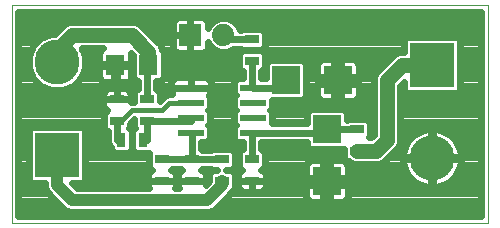
<source format=gtl>
G75*
%MOIN*%
%OFA0B0*%
%FSLAX25Y25*%
%IPPOS*%
%LPD*%
%AMOC8*
5,1,8,0,0,1.08239X$1,22.5*
%
%ADD10C,0.00000*%
%ADD11R,0.04724X0.03150*%
%ADD12R,0.03150X0.04724*%
%ADD13R,0.15000X0.15000*%
%ADD14C,0.15000*%
%ADD15R,0.07400X0.07400*%
%ADD16C,0.07400*%
%ADD17R,0.06299X0.07087*%
%ADD18R,0.08700X0.02400*%
%ADD19R,0.09449X0.09449*%
%ADD20C,0.02400*%
%ADD21C,0.05000*%
%ADD22C,0.01600*%
%ADD23C,0.04000*%
D10*
X0048250Y0007200D02*
X0048250Y0079661D01*
X0206951Y0079661D01*
X0206951Y0007200D01*
X0048250Y0007200D01*
D11*
X0098250Y0021157D03*
X0108250Y0021157D03*
X0118250Y0021157D03*
X0128250Y0021157D03*
X0128250Y0028243D03*
X0118250Y0028243D03*
X0108250Y0028243D03*
X0098250Y0028243D03*
X0093250Y0041157D03*
X0083250Y0041157D03*
X0083250Y0048243D03*
X0093250Y0048243D03*
X0128250Y0061157D03*
X0128250Y0068243D03*
X0163250Y0038243D03*
X0163250Y0031157D03*
D12*
X0091793Y0034700D03*
X0084707Y0034700D03*
D13*
X0063250Y0029700D03*
X0188250Y0059700D03*
D14*
X0188250Y0028653D03*
X0063250Y0060747D03*
D15*
X0107750Y0069700D03*
D16*
X0118750Y0069700D03*
D17*
X0093762Y0059700D03*
X0082738Y0059700D03*
D18*
X0107950Y0052200D03*
X0107950Y0047200D03*
X0107950Y0042200D03*
X0107950Y0037200D03*
X0128550Y0037200D03*
X0128550Y0042200D03*
X0128550Y0047200D03*
X0128550Y0052200D03*
D19*
X0139589Y0054700D03*
X0156911Y0054700D03*
X0153250Y0038361D03*
X0153250Y0021039D03*
D20*
X0154412Y0021693D02*
X0181493Y0021693D01*
X0181776Y0021409D02*
X0181006Y0022179D01*
X0180327Y0023031D01*
X0179747Y0023954D01*
X0179274Y0024935D01*
X0178914Y0025964D01*
X0178672Y0027026D01*
X0178550Y0028108D01*
X0178550Y0028353D01*
X0187950Y0028353D01*
X0188550Y0028353D01*
X0188550Y0018953D01*
X0188795Y0018953D01*
X0189877Y0019075D01*
X0190940Y0019318D01*
X0191968Y0019677D01*
X0192949Y0020150D01*
X0193872Y0020730D01*
X0194724Y0021409D01*
X0195494Y0022179D01*
X0196173Y0023031D01*
X0196753Y0023954D01*
X0197226Y0024935D01*
X0197586Y0025964D01*
X0197828Y0027026D01*
X0197950Y0028108D01*
X0197950Y0028353D01*
X0188550Y0028353D01*
X0188550Y0028953D01*
X0197950Y0028953D01*
X0197950Y0029198D01*
X0197828Y0030281D01*
X0197586Y0031343D01*
X0197226Y0032371D01*
X0196753Y0033353D01*
X0196173Y0034275D01*
X0195494Y0035127D01*
X0194724Y0035897D01*
X0193872Y0036577D01*
X0192949Y0037156D01*
X0191968Y0037629D01*
X0190940Y0037989D01*
X0189877Y0038231D01*
X0188795Y0038353D01*
X0188550Y0038353D01*
X0188550Y0028953D01*
X0187950Y0028953D01*
X0187950Y0028353D01*
X0187950Y0018953D01*
X0187705Y0018953D01*
X0186623Y0019075D01*
X0185560Y0019318D01*
X0184532Y0019677D01*
X0183551Y0020150D01*
X0182628Y0020730D01*
X0181776Y0021409D01*
X0185664Y0019294D02*
X0160174Y0019294D01*
X0160174Y0019876D02*
X0160174Y0016025D01*
X0160024Y0015465D01*
X0159735Y0014963D01*
X0159325Y0014554D01*
X0158824Y0014264D01*
X0158264Y0014114D01*
X0154412Y0014114D01*
X0154412Y0019876D01*
X0152088Y0019876D01*
X0152088Y0014114D01*
X0148236Y0014114D01*
X0147676Y0014264D01*
X0147175Y0014554D01*
X0146765Y0014963D01*
X0146476Y0015465D01*
X0146326Y0016025D01*
X0146326Y0019876D01*
X0152088Y0019876D01*
X0152088Y0022201D01*
X0152088Y0027963D01*
X0148236Y0027963D01*
X0147676Y0027813D01*
X0147175Y0027523D01*
X0146765Y0027114D01*
X0146476Y0026612D01*
X0146326Y0026053D01*
X0146326Y0022201D01*
X0152088Y0022201D01*
X0154412Y0022201D01*
X0154412Y0027963D01*
X0158264Y0027963D01*
X0158824Y0027813D01*
X0159325Y0027523D01*
X0159735Y0027114D01*
X0160024Y0026612D01*
X0160174Y0026053D01*
X0160174Y0022201D01*
X0154412Y0022201D01*
X0154412Y0019876D01*
X0160174Y0019876D01*
X0154412Y0019294D02*
X0152088Y0019294D01*
X0146326Y0019294D02*
X0132812Y0019294D01*
X0132812Y0019292D02*
X0132812Y0021157D01*
X0132812Y0023021D01*
X0132662Y0023581D01*
X0132373Y0024082D01*
X0131963Y0024492D01*
X0131461Y0024782D01*
X0131432Y0024789D01*
X0132521Y0025878D01*
X0132521Y0030609D01*
X0131403Y0031727D01*
X0131359Y0031727D01*
X0131359Y0034091D01*
X0146617Y0034091D01*
X0146617Y0032846D01*
X0147735Y0031728D01*
X0158765Y0031728D01*
X0158841Y0031805D01*
X0158841Y0030280D01*
X0158979Y0029947D01*
X0158979Y0028791D01*
X0160097Y0027673D01*
X0160499Y0027673D01*
X0160753Y0027419D01*
X0162373Y0026748D01*
X0170584Y0026748D01*
X0172204Y0027419D01*
X0175747Y0030963D01*
X0176987Y0032203D01*
X0177659Y0033823D01*
X0177659Y0052874D01*
X0178841Y0054057D01*
X0178841Y0051409D01*
X0179959Y0050291D01*
X0196541Y0050291D01*
X0197659Y0051409D01*
X0197659Y0067991D01*
X0196541Y0069109D01*
X0179959Y0069109D01*
X0178841Y0067991D01*
X0178841Y0064109D01*
X0177373Y0064109D01*
X0175753Y0063437D01*
X0174513Y0062197D01*
X0169513Y0057197D01*
X0168841Y0055577D01*
X0168841Y0036526D01*
X0167881Y0035565D01*
X0167208Y0035565D01*
X0167521Y0035878D01*
X0167521Y0040609D01*
X0166403Y0041727D01*
X0160097Y0041727D01*
X0159883Y0041513D01*
X0159883Y0043876D01*
X0158765Y0044994D01*
X0147735Y0044994D01*
X0146617Y0043876D01*
X0146617Y0040309D01*
X0134809Y0040309D01*
X0134809Y0044191D01*
X0134299Y0044700D01*
X0134809Y0045209D01*
X0134809Y0048067D01*
X0145104Y0048067D01*
X0146222Y0049185D01*
X0146222Y0060215D01*
X0145104Y0061333D01*
X0134074Y0061333D01*
X0132956Y0060215D01*
X0132956Y0055309D01*
X0131359Y0055309D01*
X0131359Y0057673D01*
X0131403Y0057673D01*
X0132521Y0058791D01*
X0132521Y0063522D01*
X0131403Y0064640D01*
X0125097Y0064640D01*
X0123979Y0063522D01*
X0123979Y0058791D01*
X0125097Y0057673D01*
X0125141Y0057673D01*
X0125141Y0055309D01*
X0123409Y0055309D01*
X0122291Y0054191D01*
X0122291Y0050209D01*
X0122801Y0049700D01*
X0122291Y0049191D01*
X0122291Y0045209D01*
X0122801Y0044700D01*
X0122291Y0044191D01*
X0122291Y0040209D01*
X0122801Y0039700D01*
X0122291Y0039191D01*
X0122291Y0035209D01*
X0123409Y0034091D01*
X0125141Y0034091D01*
X0125141Y0031727D01*
X0125097Y0031727D01*
X0123979Y0030609D01*
X0123979Y0025878D01*
X0125068Y0024789D01*
X0125039Y0024782D01*
X0124537Y0024492D01*
X0124127Y0024082D01*
X0123838Y0023581D01*
X0123688Y0023021D01*
X0123688Y0021157D01*
X0128250Y0021157D01*
X0132812Y0021157D01*
X0128250Y0021157D01*
X0128250Y0021157D01*
X0128250Y0021157D01*
X0123688Y0021157D01*
X0123688Y0019292D01*
X0123838Y0018733D01*
X0124127Y0018231D01*
X0124537Y0017821D01*
X0125039Y0017532D01*
X0125598Y0017382D01*
X0128250Y0017382D01*
X0130902Y0017382D01*
X0131461Y0017532D01*
X0131963Y0017821D01*
X0132373Y0018231D01*
X0132662Y0018733D01*
X0132812Y0019292D01*
X0128250Y0019294D02*
X0128250Y0019294D01*
X0123688Y0019294D02*
X0122521Y0019294D01*
X0122521Y0018791D02*
X0122521Y0023522D01*
X0121403Y0024640D01*
X0120054Y0024640D01*
X0119765Y0024760D01*
X0121403Y0024760D01*
X0122521Y0025878D01*
X0122521Y0030609D01*
X0121403Y0031727D01*
X0115097Y0031727D01*
X0114722Y0031352D01*
X0111778Y0031352D01*
X0111403Y0031727D01*
X0111359Y0031727D01*
X0111359Y0034091D01*
X0113091Y0034091D01*
X0114209Y0035209D01*
X0114209Y0039191D01*
X0113699Y0039700D01*
X0114209Y0040209D01*
X0114209Y0044191D01*
X0113699Y0044700D01*
X0114209Y0045209D01*
X0114209Y0049191D01*
X0113905Y0049494D01*
X0114060Y0049649D01*
X0114350Y0050151D01*
X0114500Y0050710D01*
X0114500Y0052200D01*
X0114500Y0053690D01*
X0114350Y0054249D01*
X0114060Y0054751D01*
X0113651Y0055160D01*
X0113149Y0055450D01*
X0112590Y0055600D01*
X0107950Y0055600D01*
X0107950Y0052200D01*
X0107950Y0052200D01*
X0114500Y0052200D01*
X0107950Y0052200D01*
X0107950Y0052200D01*
X0107950Y0052200D01*
X0101400Y0052200D01*
X0101400Y0053690D01*
X0101550Y0054249D01*
X0101840Y0054751D01*
X0102249Y0055160D01*
X0102751Y0055450D01*
X0103310Y0055600D01*
X0107950Y0055600D01*
X0107950Y0052200D01*
X0101400Y0052200D01*
X0101400Y0050710D01*
X0101550Y0050151D01*
X0101690Y0049909D01*
X0100211Y0049909D01*
X0099216Y0049496D01*
X0097521Y0047801D01*
X0097521Y0050609D01*
X0096403Y0051727D01*
X0096359Y0051727D01*
X0096359Y0054248D01*
X0097702Y0054248D01*
X0098820Y0055366D01*
X0098820Y0064034D01*
X0098170Y0064683D01*
X0098170Y0065065D01*
X0097499Y0066685D01*
X0090747Y0073437D01*
X0089127Y0074109D01*
X0067373Y0074109D01*
X0065753Y0073437D01*
X0064513Y0072197D01*
X0062471Y0070155D01*
X0061378Y0070155D01*
X0057920Y0068723D01*
X0055274Y0066076D01*
X0053841Y0062618D01*
X0053841Y0058875D01*
X0055274Y0055417D01*
X0057920Y0052771D01*
X0061378Y0051338D01*
X0065121Y0051338D01*
X0068580Y0052771D01*
X0071226Y0055417D01*
X0072659Y0058875D01*
X0072659Y0062618D01*
X0071551Y0065291D01*
X0078736Y0065291D01*
X0078238Y0065004D01*
X0077828Y0064594D01*
X0077539Y0064092D01*
X0077389Y0063533D01*
X0077389Y0060075D01*
X0082363Y0060075D01*
X0082363Y0059325D01*
X0077389Y0059325D01*
X0077389Y0055867D01*
X0077539Y0055308D01*
X0077828Y0054806D01*
X0078238Y0054396D01*
X0078739Y0054107D01*
X0079299Y0053957D01*
X0082363Y0053957D01*
X0082363Y0059325D01*
X0083113Y0059325D01*
X0083113Y0053957D01*
X0086177Y0053957D01*
X0086737Y0054107D01*
X0087239Y0054396D01*
X0087648Y0054806D01*
X0087938Y0055308D01*
X0088088Y0055867D01*
X0088088Y0059325D01*
X0083113Y0059325D01*
X0083113Y0060075D01*
X0088088Y0060075D01*
X0088088Y0063533D01*
X0088053Y0063662D01*
X0088704Y0063012D01*
X0088704Y0055366D01*
X0089822Y0054248D01*
X0090141Y0054248D01*
X0090141Y0051727D01*
X0090097Y0051727D01*
X0088979Y0050609D01*
X0088979Y0047409D01*
X0087812Y0047409D01*
X0087812Y0048243D01*
X0083250Y0048243D01*
X0078688Y0048243D01*
X0078688Y0046379D01*
X0078838Y0045819D01*
X0079127Y0045318D01*
X0079537Y0044908D01*
X0080039Y0044618D01*
X0080068Y0044611D01*
X0078979Y0043522D01*
X0078979Y0038791D01*
X0080097Y0037673D01*
X0080141Y0037673D01*
X0080141Y0034082D01*
X0080615Y0032939D01*
X0081223Y0032330D01*
X0081223Y0031547D01*
X0082341Y0030429D01*
X0087072Y0030429D01*
X0088190Y0031547D01*
X0088190Y0037853D01*
X0087386Y0038657D01*
X0087521Y0038791D01*
X0087521Y0040140D01*
X0088979Y0041599D01*
X0088979Y0038791D01*
X0089114Y0038657D01*
X0088310Y0037853D01*
X0088310Y0031547D01*
X0089428Y0030429D01*
X0093979Y0030429D01*
X0093979Y0025878D01*
X0095068Y0024789D01*
X0095039Y0024782D01*
X0094537Y0024492D01*
X0094127Y0024082D01*
X0093838Y0023581D01*
X0093688Y0023021D01*
X0093688Y0021157D01*
X0098250Y0021157D01*
X0098250Y0021157D01*
X0102812Y0021157D01*
X0102812Y0023021D01*
X0102662Y0023581D01*
X0102373Y0024082D01*
X0101963Y0024492D01*
X0101461Y0024782D01*
X0101432Y0024789D01*
X0101778Y0025135D01*
X0104722Y0025135D01*
X0105068Y0024789D01*
X0105039Y0024782D01*
X0104537Y0024492D01*
X0104127Y0024082D01*
X0103838Y0023581D01*
X0103688Y0023021D01*
X0103688Y0021157D01*
X0108250Y0021157D01*
X0112812Y0021157D01*
X0112812Y0023021D01*
X0112662Y0023581D01*
X0112373Y0024082D01*
X0111963Y0024492D01*
X0111461Y0024782D01*
X0111432Y0024789D01*
X0111778Y0025135D01*
X0114722Y0025135D01*
X0115097Y0024760D01*
X0116735Y0024760D01*
X0116446Y0024640D01*
X0115097Y0024640D01*
X0113979Y0023522D01*
X0113979Y0020957D01*
X0112812Y0019790D01*
X0112812Y0021157D01*
X0108250Y0021157D01*
X0108250Y0021157D01*
X0108250Y0021157D01*
X0103688Y0021157D01*
X0103688Y0019292D01*
X0103838Y0018733D01*
X0103909Y0018609D01*
X0102591Y0018609D01*
X0102662Y0018733D01*
X0102812Y0019292D01*
X0102812Y0021157D01*
X0098250Y0021157D01*
X0098250Y0021157D01*
X0093688Y0021157D01*
X0093688Y0019292D01*
X0093838Y0018733D01*
X0093909Y0018609D01*
X0069869Y0018609D01*
X0068186Y0020291D01*
X0071541Y0020291D01*
X0072659Y0021409D01*
X0072659Y0037991D01*
X0071541Y0039109D01*
X0054959Y0039109D01*
X0053841Y0037991D01*
X0053841Y0021409D01*
X0054959Y0020291D01*
X0059341Y0020291D01*
X0059341Y0018923D01*
X0059936Y0017486D01*
X0061036Y0016386D01*
X0066036Y0011386D01*
X0067473Y0010791D01*
X0114027Y0010791D01*
X0115464Y0011386D01*
X0116564Y0012486D01*
X0121564Y0017486D01*
X0121810Y0018080D01*
X0122521Y0018791D01*
X0120973Y0016896D02*
X0146326Y0016896D01*
X0152088Y0016896D02*
X0154412Y0016896D01*
X0160174Y0016896D02*
X0204767Y0016896D01*
X0204767Y0019294D02*
X0190836Y0019294D01*
X0188550Y0019294D02*
X0187950Y0019294D01*
X0187950Y0021693D02*
X0188550Y0021693D01*
X0195007Y0021693D02*
X0204767Y0021693D01*
X0204767Y0024091D02*
X0196819Y0024091D01*
X0197706Y0026490D02*
X0204767Y0026490D01*
X0204767Y0028888D02*
X0188550Y0028888D01*
X0187950Y0028888D02*
X0173673Y0028888D01*
X0178550Y0028953D02*
X0187950Y0028953D01*
X0187950Y0038353D01*
X0187705Y0038353D01*
X0186623Y0038231D01*
X0185560Y0037989D01*
X0184532Y0037629D01*
X0183551Y0037156D01*
X0182628Y0036577D01*
X0181776Y0035897D01*
X0181006Y0035127D01*
X0180327Y0034275D01*
X0179747Y0033353D01*
X0179274Y0032371D01*
X0178914Y0031343D01*
X0178672Y0030281D01*
X0178550Y0029198D01*
X0178550Y0028953D01*
X0178902Y0031287D02*
X0176071Y0031287D01*
X0177602Y0033685D02*
X0179956Y0033685D01*
X0187950Y0033685D02*
X0188550Y0033685D01*
X0196544Y0033685D02*
X0204767Y0033685D01*
X0204767Y0031287D02*
X0197598Y0031287D01*
X0188550Y0031287D02*
X0187950Y0031287D01*
X0187950Y0036084D02*
X0188550Y0036084D01*
X0194490Y0036084D02*
X0204767Y0036084D01*
X0204767Y0038482D02*
X0177659Y0038482D01*
X0177659Y0036084D02*
X0182010Y0036084D01*
X0168841Y0038482D02*
X0167521Y0038482D01*
X0163250Y0038243D02*
X0163132Y0038361D01*
X0153250Y0038361D01*
X0152089Y0037200D01*
X0128550Y0037200D01*
X0128250Y0036900D01*
X0128250Y0028243D01*
X0123979Y0028888D02*
X0122521Y0028888D01*
X0118250Y0028243D02*
X0108250Y0028243D01*
X0108250Y0036900D01*
X0107950Y0037200D01*
X0114209Y0036084D02*
X0122291Y0036084D01*
X0122291Y0038482D02*
X0114209Y0038482D01*
X0114209Y0040881D02*
X0122291Y0040881D01*
X0122291Y0043279D02*
X0114209Y0043279D01*
X0114209Y0045678D02*
X0122291Y0045678D01*
X0122291Y0048076D02*
X0114209Y0048076D01*
X0114437Y0050475D02*
X0122291Y0050475D01*
X0122291Y0052873D02*
X0114500Y0052873D01*
X0113458Y0055272D02*
X0123372Y0055272D01*
X0125141Y0057670D02*
X0098820Y0057670D01*
X0093762Y0059700D02*
X0093250Y0059700D01*
X0093250Y0048243D01*
X0088979Y0048076D02*
X0087812Y0048076D01*
X0087812Y0048243D02*
X0083250Y0048243D01*
X0083250Y0048243D01*
X0083250Y0048243D01*
X0083250Y0059700D01*
X0083113Y0060069D02*
X0088704Y0060069D01*
X0088704Y0062467D02*
X0088088Y0062467D01*
X0082363Y0060069D02*
X0072659Y0060069D01*
X0072659Y0062467D02*
X0077389Y0062467D01*
X0078100Y0064866D02*
X0071728Y0064866D01*
X0060189Y0069663D02*
X0050434Y0069663D01*
X0050434Y0067264D02*
X0056462Y0067264D01*
X0054772Y0064866D02*
X0050434Y0064866D01*
X0050434Y0062467D02*
X0053841Y0062467D01*
X0053841Y0060069D02*
X0050434Y0060069D01*
X0050434Y0057670D02*
X0054341Y0057670D01*
X0055419Y0055272D02*
X0050434Y0055272D01*
X0050434Y0052873D02*
X0057818Y0052873D01*
X0050434Y0050475D02*
X0078786Y0050475D01*
X0078838Y0050667D02*
X0078688Y0050108D01*
X0078688Y0048243D01*
X0083250Y0048243D01*
X0083250Y0052018D01*
X0083250Y0048243D01*
X0083250Y0048243D01*
X0087812Y0048243D02*
X0087812Y0050108D01*
X0087662Y0050667D01*
X0087373Y0051169D01*
X0086963Y0051579D01*
X0086461Y0051868D01*
X0085902Y0052018D01*
X0083250Y0052018D01*
X0080598Y0052018D01*
X0080039Y0051868D01*
X0079537Y0051579D01*
X0079127Y0051169D01*
X0078838Y0050667D01*
X0083250Y0050475D02*
X0083250Y0050475D01*
X0087714Y0050475D02*
X0088979Y0050475D01*
X0090141Y0052873D02*
X0068682Y0052873D01*
X0071081Y0055272D02*
X0077559Y0055272D01*
X0082363Y0055272D02*
X0083113Y0055272D01*
X0087917Y0055272D02*
X0088798Y0055272D01*
X0088704Y0057670D02*
X0088088Y0057670D01*
X0083113Y0057670D02*
X0082363Y0057670D01*
X0077389Y0057670D02*
X0072159Y0057670D01*
X0096359Y0052873D02*
X0101400Y0052873D01*
X0107950Y0052873D02*
X0107950Y0052873D01*
X0107950Y0055272D02*
X0107950Y0055272D01*
X0102442Y0055272D02*
X0098726Y0055272D01*
X0098820Y0060069D02*
X0123979Y0060069D01*
X0128250Y0061157D02*
X0128250Y0052500D01*
X0128550Y0052200D01*
X0137089Y0052200D01*
X0139589Y0054700D01*
X0146222Y0055272D02*
X0155749Y0055272D01*
X0155749Y0055862D02*
X0155749Y0053538D01*
X0149987Y0053538D01*
X0149987Y0049686D01*
X0150137Y0049126D01*
X0150427Y0048625D01*
X0150836Y0048215D01*
X0151338Y0047926D01*
X0151897Y0047776D01*
X0155749Y0047776D01*
X0155749Y0053538D01*
X0158074Y0053538D01*
X0158074Y0055862D01*
X0163836Y0055862D01*
X0163836Y0059714D01*
X0163686Y0060274D01*
X0163396Y0060775D01*
X0162987Y0061185D01*
X0162485Y0061474D01*
X0161925Y0061624D01*
X0158074Y0061624D01*
X0158074Y0055862D01*
X0155749Y0055862D01*
X0149987Y0055862D01*
X0149987Y0059714D01*
X0150137Y0060274D01*
X0150427Y0060775D01*
X0150836Y0061185D01*
X0151338Y0061474D01*
X0151897Y0061624D01*
X0155749Y0061624D01*
X0155749Y0055862D01*
X0158074Y0055272D02*
X0168841Y0055272D01*
X0163836Y0053538D02*
X0158074Y0053538D01*
X0158074Y0047776D01*
X0161925Y0047776D01*
X0162485Y0047926D01*
X0162987Y0048215D01*
X0163396Y0048625D01*
X0163686Y0049126D01*
X0163836Y0049686D01*
X0163836Y0053538D01*
X0163836Y0052873D02*
X0168841Y0052873D01*
X0168841Y0050475D02*
X0163836Y0050475D01*
X0158074Y0050475D02*
X0155749Y0050475D01*
X0149987Y0050475D02*
X0146222Y0050475D01*
X0146222Y0052873D02*
X0149987Y0052873D01*
X0155749Y0052873D02*
X0158074Y0052873D01*
X0158074Y0048076D02*
X0155749Y0048076D01*
X0151077Y0048076D02*
X0145113Y0048076D01*
X0134809Y0045678D02*
X0168841Y0045678D01*
X0168841Y0048076D02*
X0162746Y0048076D01*
X0159883Y0043279D02*
X0168841Y0043279D01*
X0168841Y0040881D02*
X0167249Y0040881D01*
X0177659Y0040881D02*
X0204767Y0040881D01*
X0204767Y0043279D02*
X0177659Y0043279D01*
X0177659Y0045678D02*
X0204767Y0045678D01*
X0204767Y0048076D02*
X0177659Y0048076D01*
X0177659Y0050475D02*
X0179776Y0050475D01*
X0178841Y0052873D02*
X0177659Y0052873D01*
X0169985Y0057670D02*
X0163836Y0057670D01*
X0158074Y0057670D02*
X0155749Y0057670D01*
X0149987Y0057670D02*
X0146222Y0057670D01*
X0146222Y0060069D02*
X0150082Y0060069D01*
X0155749Y0060069D02*
X0158074Y0060069D01*
X0163741Y0060069D02*
X0172384Y0060069D01*
X0174782Y0062467D02*
X0132521Y0062467D01*
X0132521Y0060069D02*
X0132956Y0060069D01*
X0132956Y0057670D02*
X0131359Y0057670D01*
X0123979Y0062467D02*
X0098820Y0062467D01*
X0102290Y0064649D02*
X0102699Y0064240D01*
X0103201Y0063950D01*
X0103760Y0063800D01*
X0107750Y0063800D01*
X0111740Y0063800D01*
X0112299Y0063950D01*
X0112801Y0064240D01*
X0113210Y0064649D01*
X0113500Y0065151D01*
X0113650Y0065710D01*
X0113650Y0067356D01*
X0113995Y0066523D01*
X0115573Y0064945D01*
X0117634Y0064091D01*
X0119866Y0064091D01*
X0121927Y0064945D01*
X0122116Y0065135D01*
X0124722Y0065135D01*
X0125097Y0064760D01*
X0131403Y0064760D01*
X0132521Y0065878D01*
X0132521Y0070609D01*
X0131403Y0071727D01*
X0125097Y0071727D01*
X0124722Y0071352D01*
X0124136Y0071352D01*
X0123505Y0072877D01*
X0121927Y0074455D01*
X0119866Y0075309D01*
X0117634Y0075309D01*
X0115573Y0074455D01*
X0113995Y0072877D01*
X0113650Y0072044D01*
X0113650Y0073690D01*
X0113500Y0074249D01*
X0113210Y0074751D01*
X0112801Y0075160D01*
X0112299Y0075450D01*
X0111740Y0075600D01*
X0107750Y0075600D01*
X0107750Y0069700D01*
X0107750Y0069700D01*
X0107750Y0063800D01*
X0107750Y0069700D01*
X0107750Y0069700D01*
X0107750Y0069700D01*
X0101850Y0069700D01*
X0101850Y0073690D01*
X0102000Y0074249D01*
X0102290Y0074751D01*
X0102699Y0075160D01*
X0103201Y0075450D01*
X0103760Y0075600D01*
X0107750Y0075600D01*
X0107750Y0069700D01*
X0101850Y0069700D01*
X0101850Y0065710D01*
X0102000Y0065151D01*
X0102290Y0064649D01*
X0102164Y0064866D02*
X0098170Y0064866D01*
X0096920Y0067264D02*
X0101850Y0067264D01*
X0101850Y0069663D02*
X0094522Y0069663D01*
X0092123Y0072061D02*
X0101850Y0072061D01*
X0107750Y0072061D02*
X0107750Y0072061D01*
X0113650Y0072061D02*
X0113657Y0072061D01*
X0118750Y0069700D02*
X0120207Y0068243D01*
X0128250Y0068243D01*
X0132521Y0067264D02*
X0178841Y0067264D01*
X0178841Y0064866D02*
X0131509Y0064866D01*
X0124991Y0064866D02*
X0121735Y0064866D01*
X0115765Y0064866D02*
X0113335Y0064866D01*
X0107750Y0064866D02*
X0107750Y0064866D01*
X0107750Y0067264D02*
X0107750Y0067264D01*
X0107750Y0069663D02*
X0107750Y0069663D01*
X0113650Y0067264D02*
X0113688Y0067264D01*
X0123843Y0072061D02*
X0204767Y0072061D01*
X0204767Y0069663D02*
X0132521Y0069663D01*
X0121915Y0074460D02*
X0204767Y0074460D01*
X0204767Y0076858D02*
X0050434Y0076858D01*
X0050434Y0077476D02*
X0204767Y0077476D01*
X0204767Y0009384D01*
X0050434Y0009384D01*
X0050434Y0077476D01*
X0050434Y0074460D02*
X0102122Y0074460D01*
X0107750Y0074460D02*
X0107750Y0074460D01*
X0113378Y0074460D02*
X0115585Y0074460D01*
X0064377Y0072061D02*
X0050434Y0072061D01*
X0097521Y0050475D02*
X0101463Y0050475D01*
X0097796Y0048076D02*
X0097521Y0048076D01*
X0107950Y0042200D02*
X0107950Y0041157D01*
X0093250Y0041157D01*
X0093250Y0034700D01*
X0091793Y0034700D01*
X0088310Y0033685D02*
X0088190Y0033685D01*
X0084707Y0034700D02*
X0083250Y0034700D01*
X0083250Y0041157D01*
X0088261Y0040881D02*
X0088979Y0040881D01*
X0088939Y0038482D02*
X0087561Y0038482D01*
X0088190Y0036084D02*
X0088310Y0036084D01*
X0080141Y0036084D02*
X0072659Y0036084D01*
X0072659Y0033685D02*
X0080306Y0033685D01*
X0081484Y0031287D02*
X0072659Y0031287D01*
X0072659Y0028888D02*
X0093979Y0028888D01*
X0098250Y0028243D02*
X0108250Y0028243D01*
X0112364Y0024091D02*
X0114548Y0024091D01*
X0121952Y0024091D02*
X0124136Y0024091D01*
X0123979Y0026490D02*
X0122521Y0026490D01*
X0132521Y0026490D02*
X0146443Y0026490D01*
X0146326Y0024091D02*
X0132364Y0024091D01*
X0132812Y0021693D02*
X0152088Y0021693D01*
X0152088Y0024091D02*
X0154412Y0024091D01*
X0154412Y0026490D02*
X0152088Y0026490D01*
X0158979Y0028888D02*
X0132521Y0028888D01*
X0131843Y0031287D02*
X0158841Y0031287D01*
X0146617Y0033685D02*
X0131359Y0033685D01*
X0125141Y0033685D02*
X0111359Y0033685D01*
X0121843Y0031287D02*
X0124657Y0031287D01*
X0104136Y0024091D02*
X0102364Y0024091D01*
X0102812Y0021693D02*
X0103688Y0021693D01*
X0103688Y0019294D02*
X0102812Y0019294D01*
X0112812Y0021693D02*
X0113979Y0021693D01*
X0122521Y0021693D02*
X0123688Y0021693D01*
X0128250Y0021157D02*
X0128250Y0021157D01*
X0128250Y0017382D01*
X0128250Y0021157D01*
X0118575Y0014497D02*
X0147273Y0014497D01*
X0152088Y0014497D02*
X0154412Y0014497D01*
X0159227Y0014497D02*
X0204767Y0014497D01*
X0204767Y0012099D02*
X0116176Y0012099D01*
X0093688Y0019294D02*
X0069184Y0019294D01*
X0072659Y0021693D02*
X0093688Y0021693D01*
X0094136Y0024091D02*
X0072659Y0024091D01*
X0072659Y0026490D02*
X0093979Y0026490D01*
X0088570Y0031287D02*
X0087930Y0031287D01*
X0079288Y0038482D02*
X0072167Y0038482D01*
X0078979Y0040881D02*
X0050434Y0040881D01*
X0050434Y0043279D02*
X0078979Y0043279D01*
X0078920Y0045678D02*
X0050434Y0045678D01*
X0050434Y0048076D02*
X0078688Y0048076D01*
X0054333Y0038482D02*
X0050434Y0038482D01*
X0050434Y0036084D02*
X0053841Y0036084D01*
X0053841Y0033685D02*
X0050434Y0033685D01*
X0050434Y0031287D02*
X0053841Y0031287D01*
X0053841Y0028888D02*
X0050434Y0028888D01*
X0050434Y0026490D02*
X0053841Y0026490D01*
X0053841Y0024091D02*
X0050434Y0024091D01*
X0050434Y0021693D02*
X0053841Y0021693D01*
X0050434Y0019294D02*
X0059341Y0019294D01*
X0060527Y0016896D02*
X0050434Y0016896D01*
X0050434Y0014497D02*
X0062925Y0014497D01*
X0065324Y0012099D02*
X0050434Y0012099D01*
X0050434Y0009700D02*
X0204767Y0009700D01*
X0188550Y0024091D02*
X0187950Y0024091D01*
X0187950Y0026490D02*
X0188550Y0026490D01*
X0179681Y0024091D02*
X0160174Y0024091D01*
X0160057Y0026490D02*
X0178794Y0026490D01*
X0168399Y0036084D02*
X0167521Y0036084D01*
X0146617Y0040881D02*
X0134809Y0040881D01*
X0134809Y0043279D02*
X0146617Y0043279D01*
X0196724Y0050475D02*
X0204767Y0050475D01*
X0204767Y0052873D02*
X0197659Y0052873D01*
X0197659Y0055272D02*
X0204767Y0055272D01*
X0204767Y0057670D02*
X0197659Y0057670D01*
X0197659Y0060069D02*
X0204767Y0060069D01*
X0204767Y0062467D02*
X0197659Y0062467D01*
X0197659Y0064866D02*
X0204767Y0064866D01*
X0204767Y0067264D02*
X0197659Y0067264D01*
D21*
X0188250Y0059700D02*
X0178250Y0059700D01*
X0173250Y0054700D01*
X0173250Y0034700D01*
X0169707Y0031157D01*
X0163250Y0031157D01*
X0093762Y0059700D02*
X0093762Y0064188D01*
X0088250Y0069700D01*
X0068250Y0069700D01*
X0063250Y0064700D01*
X0063250Y0060747D01*
D22*
X0098250Y0044700D02*
X0100750Y0047200D01*
X0107950Y0047200D01*
X0098250Y0044700D02*
X0088250Y0044700D01*
X0084707Y0041157D01*
X0083250Y0041157D01*
D23*
X0063250Y0029700D02*
X0063250Y0019700D01*
X0068250Y0014700D01*
X0113250Y0014700D01*
X0118250Y0019700D01*
X0118250Y0021157D01*
M02*

</source>
